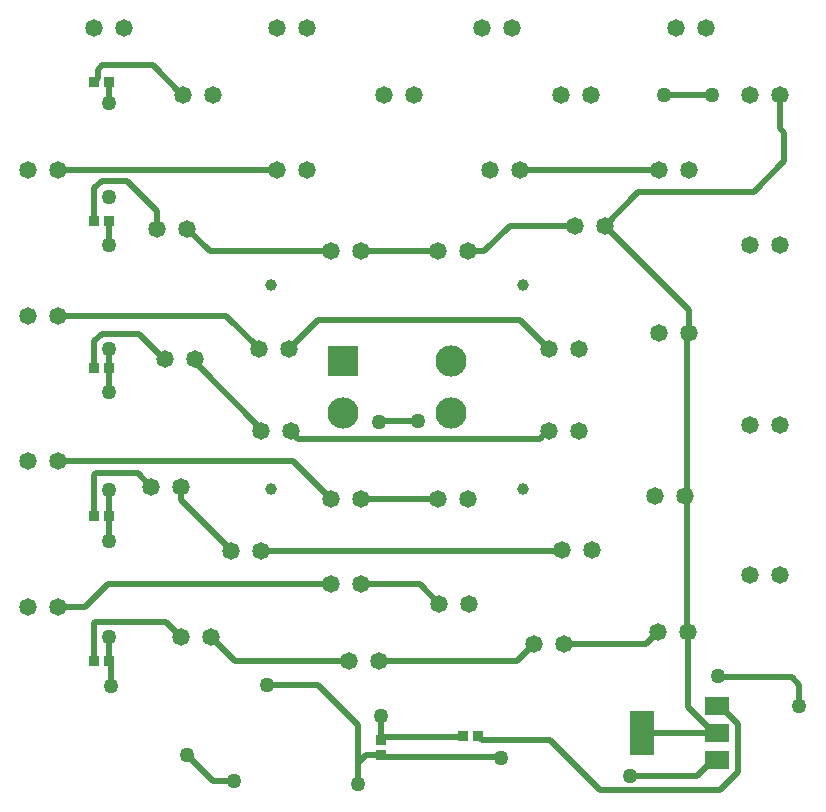
<source format=gbl>
%FSLAX23Y23*%
%MOIN*%
%SFA1B1*%

%IPPOS*%
%ADD16R,0.037400X0.033470*%
%ADD17R,0.033470X0.037400*%
%ADD18R,0.078740X0.149610*%
%ADD19R,0.078740X0.059060*%
%ADD32C,0.020000*%
%ADD33C,0.058270*%
%ADD34C,0.039370*%
%ADD35C,0.103940*%
%ADD36R,0.103940X0.103940*%
%ADD37C,0.050000*%
%LNpcb1-1*%
%LPD*%
G54D16*
X1325Y149D03*
Y200D03*
G54D17*
X369Y2393D03*
X420D03*
X369Y1440D03*
X420D03*
X369Y947D03*
X420D03*
X369Y465D03*
X420D03*
X1650Y215D03*
X1599D03*
X420Y1930D03*
X369D03*
G54D18*
X2195Y225D03*
G54D19*
X2444Y134D03*
Y225D03*
Y315D03*
G54D32*
X1790Y2100D02*
X2253D01*
X2195Y225D02*
X2434D01*
X1324Y149D02*
X1325Y150D01*
Y149D02*
X1326D01*
X1720Y145D02*
X1724Y141D01*
X1331Y145D02*
X1720D01*
X1326Y150D02*
X1331Y145D01*
X1662Y201D02*
X1890D01*
X1315Y1265D02*
X1450D01*
X2379Y80D02*
X2439Y140D01*
X1020Y1505D02*
X1115Y1600D01*
X1790*
X2450Y405D02*
X2455Y410D01*
X2695*
X2720Y385*
Y315D02*
Y385D01*
X1325Y200D02*
Y275D01*
X1250Y125D02*
Y250D01*
Y55D02*
Y125D01*
X1274Y149*
X1324*
X945Y385D02*
X1115D01*
X940D02*
X945D01*
X1115D02*
X1250Y250D01*
X765Y65D02*
X835D01*
X680Y150D02*
X765Y65D01*
X1855Y1205D02*
X1880Y1230D01*
X1050Y1205D02*
X1855D01*
X1025Y1230D02*
X1050Y1205D01*
X369Y2395D02*
X381Y2407D01*
X368Y2395D02*
X369Y2395D01*
Y2393D02*
Y2395D01*
X660Y2355D02*
X665D01*
X660D02*
X665Y2350D01*
X381Y2435D02*
X395Y2450D01*
X381Y2407D02*
Y2435D01*
X365Y2395D02*
X368D01*
X395Y2450D02*
X565D01*
X660Y2355*
X420Y2320D02*
Y2325D01*
Y2393*
X2515Y95D02*
Y254D01*
X2455Y35D02*
X2515Y95D01*
X2056Y35D02*
X2455D01*
X2155Y80D02*
X2379D01*
X420Y1850D02*
Y1930D01*
X420Y1500D02*
X425Y1505D01*
X420Y1360D02*
Y1440D01*
X1505Y1005D02*
X1515Y1015D01*
X1257Y1005D02*
X1505D01*
X2439Y140D02*
X2440D01*
X2460Y309D02*
X2515Y254D01*
X2460Y309D02*
Y315D01*
X1890Y201D02*
X2056Y35D01*
X1650Y213D02*
X1662Y201D01*
X1650Y213D02*
Y215D01*
X1587Y212D02*
X1595Y219D01*
Y220*
X1336Y212D02*
X1587D01*
X1147Y1015D02*
X1160D01*
X1032Y1130D02*
X1147Y1015D01*
X250Y1130D02*
X1032D01*
X1790Y1600D02*
X1875Y1515D01*
Y1510D02*
Y1515D01*
X915Y1505D02*
Y1510D01*
X250Y1615D02*
X810D01*
X915Y1510*
X980Y2100D02*
X985Y2105D01*
X250Y2100D02*
X980D01*
X1965Y1915D02*
X1970Y1910D01*
X1670Y1830D02*
X1755Y1915D01*
X1965*
X1615Y1830D02*
X1670D01*
X1515D02*
X1520Y1835D01*
X1257Y1830D02*
X1515D01*
X1155D02*
X1160Y1835D01*
X755Y1830D02*
X1155D01*
X680Y1905D02*
X755Y1830D01*
X705Y1460D02*
X930Y1235D01*
X705Y1460D02*
Y1470D01*
X1922Y832D02*
X1925Y835D01*
X927Y832D02*
X1922D01*
X925Y830D02*
X927Y832D01*
X830Y830D02*
Y830D01*
X660Y1000D02*
X830Y830D01*
X660Y1000D02*
Y1045D01*
X1257Y720D02*
X1455D01*
X1520Y655*
X1525*
X340Y645D02*
X415Y720D01*
X1155*
X250Y645D02*
X340D01*
X1935Y520D02*
X2210D01*
X2250Y560*
X2255*
X1780Y465D02*
X1835Y520D01*
X1320Y465D02*
X1780D01*
X840D02*
X1220D01*
X760Y545D02*
X840Y465D01*
X415Y950D02*
X420Y945D01*
X420Y469D02*
X425Y465D01*
Y380D02*
Y465D01*
X585Y1910D02*
Y1920D01*
X480Y2065D02*
X580Y1964D01*
Y1910D02*
Y1964D01*
X580Y1910D02*
X580Y1910D01*
X395Y2065D02*
X480D01*
X369Y2039D02*
X395Y2065D01*
X369Y1930D02*
Y2039D01*
Y1930D02*
X370Y1930D01*
X420Y2393D02*
X420Y2393D01*
X600Y1475D02*
X605D01*
X520Y1555D02*
X600Y1475D01*
X395Y1555D02*
X520D01*
X369Y1529D02*
X395Y1555D01*
X369Y1445D02*
Y1529D01*
X420Y1440D02*
Y1500D01*
X420Y947D02*
Y1035D01*
Y947D02*
X420Y947D01*
X420Y865D02*
Y945D01*
X420Y465D02*
Y469D01*
X420Y540D02*
X420Y539D01*
Y469D02*
Y539D01*
X369Y1084D02*
X375Y1090D01*
X515*
X560Y1045*
X565*
X369Y947D02*
Y1084D01*
X610Y595D02*
X660Y545D01*
X375Y595D02*
X610D01*
X369Y589D02*
X375Y595D01*
X369Y465D02*
Y589D01*
X2655Y2345D02*
X2665Y2355D01*
X2075Y1911D02*
Y1915D01*
X2670Y2130D02*
Y2225D01*
X2655Y2240D02*
X2670Y2225D01*
X2655Y2240D02*
Y2345D01*
X2567Y2027D02*
X2670Y2130D01*
X2183Y2027D02*
X2567D01*
X2071Y1915D02*
X2183Y2027D01*
X2353Y1558D02*
X2355Y1560D01*
X2346Y1551D02*
X2353Y1558D01*
Y1557D02*
Y1558D01*
Y1633*
X2075Y1911D02*
X2353Y1633D01*
X2345Y565D02*
Y1015D01*
X2346Y1021D02*
Y1551D01*
X2340Y1015D02*
X2346Y1021D01*
X2345Y565D02*
X2350Y560D01*
Y309D02*
Y560D01*
Y309D02*
X2434Y225D01*
X2444*
X2425Y2350D02*
X2430Y2355D01*
X2270Y2350D02*
X2425D01*
G54D33*
X1157Y1830D03*
X1257D03*
X2310Y2575D03*
X2410D03*
X1663D03*
X1763D03*
X980D03*
X1080D03*
X1885Y1505D03*
X1985D03*
X1885Y1230D03*
X1985D03*
X1157Y720D03*
X1257D03*
X1220Y465D03*
X1320D03*
X925Y1230D03*
X1025D03*
X920Y1505D03*
X1020D03*
X765Y2350D03*
X665D03*
X470Y2575D03*
X370D03*
X2025Y2350D03*
X1925D03*
X2655D03*
X2555D03*
X1435D03*
X1335D03*
X2071Y1915D03*
X1971D03*
X1615Y1830D03*
X1515D03*
X680Y1905D03*
X580D03*
X2353Y2100D03*
X2253D03*
X1790D03*
X1690D03*
X1080D03*
X980D03*
X250D03*
X150D03*
X2353Y1557D03*
X2253D03*
X705Y1470D03*
X605D03*
X2655Y1850D03*
X2555D03*
X250Y1615D03*
X150D03*
X2340Y1015D03*
X2240D03*
X2030Y835D03*
X1930D03*
X925Y830D03*
X825D03*
X660Y1045D03*
X560D03*
X2655Y1250D03*
X2555D03*
X1615Y1005D03*
X1515D03*
X1257D03*
X1157D03*
X250Y1130D03*
X150D03*
X2350Y560D03*
X2250D03*
X1935Y520D03*
X1835D03*
X760Y545D03*
X660D03*
X2655Y750D03*
X2555D03*
X1620Y655D03*
X1520D03*
X250Y645D03*
X150D03*
G54D34*
X1798Y1037D03*
X957D03*
Y1718D03*
X1798D03*
G54D35*
X1198Y1290D03*
X1557D03*
Y1465D03*
G54D36*
X1198Y1465D03*
G54D37*
X1724Y141D03*
X2450Y415D03*
X2720Y315D03*
X1320Y1260D03*
X1450Y1265D03*
X1325Y280D03*
X945Y385D03*
X1250Y55D03*
X835Y65D03*
X680Y150D03*
X420Y2325D03*
X2155Y80D03*
X420Y2010D03*
Y1850D03*
Y1505D03*
Y1360D03*
Y1035D03*
Y865D03*
Y545D03*
X425Y380D03*
X2430Y2350D03*
X2270D03*
M02*
</source>
